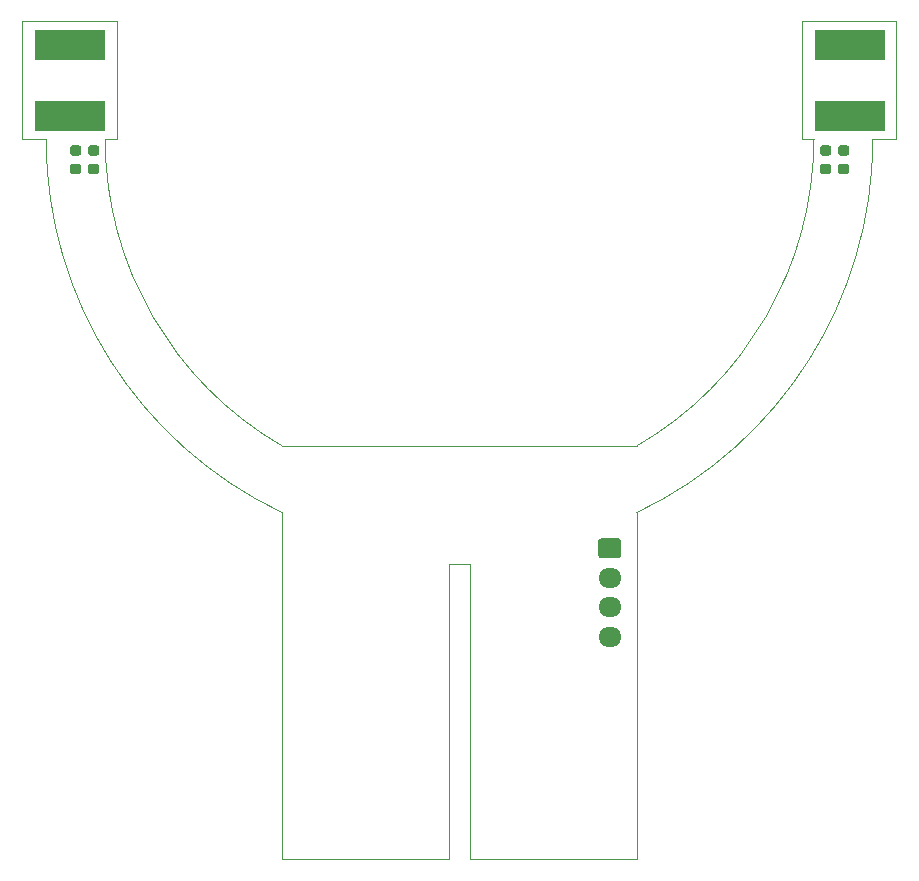
<source format=gbr>
%TF.GenerationSoftware,KiCad,Pcbnew,5.99.0-unknown-5405c09~101~ubuntu18.04.1*%
%TF.CreationDate,2020-04-21T20:28:15+03:00*%
%TF.ProjectId,Ultrasonic Flow Sensor,556c7472-6173-46f6-9e69-6320466c6f77,rev?*%
%TF.SameCoordinates,Original*%
%TF.FileFunction,Soldermask,Top*%
%TF.FilePolarity,Negative*%
%FSLAX46Y46*%
G04 Gerber Fmt 4.6, Leading zero omitted, Abs format (unit mm)*
G04 Created by KiCad (PCBNEW 5.99.0-unknown-5405c09~101~ubuntu18.04.1) date 2020-04-21 20:28:15*
%MOMM*%
%LPD*%
G01*
G04 APERTURE LIST*
%TA.AperFunction,Profile*%
%ADD10C,0.100000*%
%TD*%
%ADD11R,6.000000X2.500000*%
%ADD12O,1.950000X1.700000*%
G04 APERTURE END LIST*
D10*
X141287009Y-70021467D02*
G75*
G02*
X126287009Y-96002228I-29999999J0D01*
G01*
X126287008Y-131002229D02*
X126287008Y-101642228D01*
X148287010Y-70021467D02*
X146287009Y-70021467D01*
X141287009Y-70021467D02*
X140287010Y-70021467D01*
X140287010Y-60021467D02*
X148287010Y-60021467D01*
X74287010Y-60021467D02*
X82287010Y-60021467D01*
X96287010Y-96002229D02*
X126287009Y-96002228D01*
X140287010Y-70021467D02*
X140287010Y-60021467D01*
X110437010Y-106002229D02*
X112137010Y-106002229D01*
X96287008Y-131002229D02*
X110437010Y-131002229D01*
X112137010Y-106002229D02*
X112137010Y-131002229D01*
X96274281Y-101638202D02*
G75*
G02*
X76287010Y-70021467I15012729J31616735D01*
G01*
X74287010Y-70021467D02*
X74287010Y-60021467D01*
X96287010Y-96002229D02*
G75*
G02*
X81287010Y-70021467I15000000J25980762D01*
G01*
X76287010Y-70021467D02*
X74287010Y-70021467D01*
X82287010Y-70021467D02*
X81287010Y-70021467D01*
X82287010Y-60021467D02*
X82287010Y-70021467D01*
X146285188Y-70021467D02*
G75*
G02*
X126287008Y-101642228I-34998178J0D01*
G01*
X96287008Y-131002229D02*
X96274280Y-101638202D01*
X148287010Y-60021467D02*
X148287010Y-70021467D01*
X110437010Y-131002229D02*
X110437010Y-106002229D01*
X112137010Y-131002229D02*
X126287008Y-131002229D01*
X141287009Y-70021467D02*
G75*
G02*
X126287009Y-96002228I-29999999J0D01*
G01*
X126287008Y-131002229D02*
X126287008Y-101642228D01*
X148287010Y-70021467D02*
X146287009Y-70021467D01*
X141287009Y-70021467D02*
X140287010Y-70021467D01*
X140287010Y-60021467D02*
X148287010Y-60021467D01*
X74287010Y-60021467D02*
X82287010Y-60021467D01*
X96287010Y-96002229D02*
X126287009Y-96002228D01*
X140287010Y-70021467D02*
X140287010Y-60021467D01*
X110437010Y-106002229D02*
X112137010Y-106002229D01*
X96287008Y-131002229D02*
X110437010Y-131002229D01*
X112137010Y-106002229D02*
X112137010Y-131002229D01*
X96274281Y-101638202D02*
G75*
G02*
X76287010Y-70021467I15012729J31616735D01*
G01*
X74287010Y-70021467D02*
X74287010Y-60021467D01*
X96287010Y-96002229D02*
G75*
G02*
X81287010Y-70021467I15000000J25980762D01*
G01*
X76287010Y-70021467D02*
X74287010Y-70021467D01*
X82287010Y-70021467D02*
X81287010Y-70021467D01*
X82287010Y-60021467D02*
X82287010Y-70021467D01*
X146285188Y-70021467D02*
G75*
G02*
X126287008Y-101642228I-34998178J0D01*
G01*
X96287008Y-131002229D02*
X96274280Y-101638202D01*
X148287010Y-60021467D02*
X148287010Y-70021467D01*
X110437010Y-131002229D02*
X110437010Y-106002229D01*
X112137010Y-131002229D02*
X126287008Y-131002229D01*
D11*
%TO.C,LS3*%
X78317010Y-68042229D03*
X78317010Y-62042229D03*
%TD*%
%TO.C,C6*%
G36*
G01*
X143554760Y-72121229D02*
X144067260Y-72121229D01*
G75*
G02*
X144286010Y-72339979I0J-218750D01*
G01*
X144286010Y-72777479D01*
G75*
G02*
X144067260Y-72996229I-218750J0D01*
G01*
X143554760Y-72996229D01*
G75*
G02*
X143336010Y-72777479I0J218750D01*
G01*
X143336010Y-72339979D01*
G75*
G02*
X143554760Y-72121229I218750J0D01*
G01*
G37*
G36*
G01*
X143554760Y-70546229D02*
X144067260Y-70546229D01*
G75*
G02*
X144286010Y-70764979I0J-218750D01*
G01*
X144286010Y-71202479D01*
G75*
G02*
X144067260Y-71421229I-218750J0D01*
G01*
X143554760Y-71421229D01*
G75*
G02*
X143336010Y-71202479I0J218750D01*
G01*
X143336010Y-70764979D01*
G75*
G02*
X143554760Y-70546229I218750J0D01*
G01*
G37*
%TD*%
D12*
%TO.C,J5*%
X123999010Y-112164229D03*
X123999010Y-109664229D03*
X123999010Y-107164229D03*
G36*
G01*
X123274010Y-103814229D02*
X124724010Y-103814229D01*
G75*
G02*
X124974010Y-104064229I0J-250000D01*
G01*
X124974010Y-105264229D01*
G75*
G02*
X124724010Y-105514229I-250000J0D01*
G01*
X123274010Y-105514229D01*
G75*
G02*
X123024010Y-105264229I0J250000D01*
G01*
X123024010Y-104064229D01*
G75*
G02*
X123274010Y-103814229I250000J0D01*
G01*
G37*
%TD*%
%TO.C,C5*%
G36*
G01*
X78530760Y-72121229D02*
X79043260Y-72121229D01*
G75*
G02*
X79262010Y-72339979I0J-218750D01*
G01*
X79262010Y-72777479D01*
G75*
G02*
X79043260Y-72996229I-218750J0D01*
G01*
X78530760Y-72996229D01*
G75*
G02*
X78312010Y-72777479I0J218750D01*
G01*
X78312010Y-72339979D01*
G75*
G02*
X78530760Y-72121229I218750J0D01*
G01*
G37*
G36*
G01*
X78530760Y-70546229D02*
X79043260Y-70546229D01*
G75*
G02*
X79262010Y-70764979I0J-218750D01*
G01*
X79262010Y-71202479D01*
G75*
G02*
X79043260Y-71421229I-218750J0D01*
G01*
X78530760Y-71421229D01*
G75*
G02*
X78312010Y-71202479I0J218750D01*
G01*
X78312010Y-70764979D01*
G75*
G02*
X78530760Y-70546229I218750J0D01*
G01*
G37*
%TD*%
%TO.C,R5*%
G36*
G01*
X80054760Y-72121229D02*
X80567260Y-72121229D01*
G75*
G02*
X80786010Y-72339979I0J-218750D01*
G01*
X80786010Y-72777479D01*
G75*
G02*
X80567260Y-72996229I-218750J0D01*
G01*
X80054760Y-72996229D01*
G75*
G02*
X79836010Y-72777479I0J218750D01*
G01*
X79836010Y-72339979D01*
G75*
G02*
X80054760Y-72121229I218750J0D01*
G01*
G37*
G36*
G01*
X80054760Y-70546229D02*
X80567260Y-70546229D01*
G75*
G02*
X80786010Y-70764979I0J-218750D01*
G01*
X80786010Y-71202479D01*
G75*
G02*
X80567260Y-71421229I-218750J0D01*
G01*
X80054760Y-71421229D01*
G75*
G02*
X79836010Y-71202479I0J218750D01*
G01*
X79836010Y-70764979D01*
G75*
G02*
X80054760Y-70546229I218750J0D01*
G01*
G37*
%TD*%
D11*
%TO.C,LS4*%
X144317010Y-62042229D03*
X144317010Y-68042229D03*
%TD*%
%TO.C,R8*%
G36*
G01*
X142030760Y-72121229D02*
X142543260Y-72121229D01*
G75*
G02*
X142762010Y-72339979I0J-218750D01*
G01*
X142762010Y-72777479D01*
G75*
G02*
X142543260Y-72996229I-218750J0D01*
G01*
X142030760Y-72996229D01*
G75*
G02*
X141812010Y-72777479I0J218750D01*
G01*
X141812010Y-72339979D01*
G75*
G02*
X142030760Y-72121229I218750J0D01*
G01*
G37*
G36*
G01*
X142030760Y-70546229D02*
X142543260Y-70546229D01*
G75*
G02*
X142762010Y-70764979I0J-218750D01*
G01*
X142762010Y-71202479D01*
G75*
G02*
X142543260Y-71421229I-218750J0D01*
G01*
X142030760Y-71421229D01*
G75*
G02*
X141812010Y-71202479I0J218750D01*
G01*
X141812010Y-70764979D01*
G75*
G02*
X142030760Y-70546229I218750J0D01*
G01*
G37*
%TD*%
M02*

</source>
